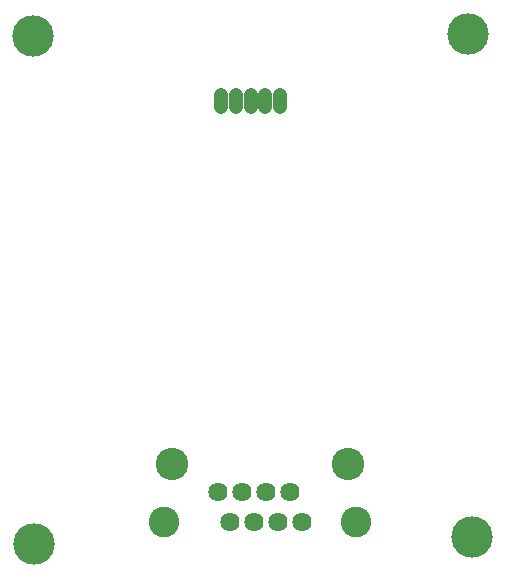
<source format=gbr>
G04 EAGLE Gerber X2 export*
%TF.Part,Single*%
%TF.FileFunction,Soldermask,Bot,1*%
%TF.FilePolarity,Negative*%
%TF.GenerationSoftware,Autodesk,EAGLE,8.7.0*%
%TF.CreationDate,2018-04-05T02:05:19Z*%
G75*
%MOMM*%
%FSLAX34Y34*%
%LPD*%
%AMOC8*
5,1,8,0,0,1.08239X$1,22.5*%
G01*
%ADD10C,1.211200*%
%ADD11C,1.625600*%
%ADD12C,2.603200*%
%ADD13C,2.753200*%
%ADD14C,3.503200*%


D10*
X408286Y429680D02*
X408286Y439760D01*
X395786Y439760D02*
X395786Y429680D01*
X383286Y429680D02*
X383286Y439760D01*
X370786Y439760D02*
X370786Y429680D01*
X358286Y429680D02*
X358286Y439760D01*
D11*
X355300Y104000D03*
X365500Y78600D03*
X375700Y104000D03*
X385900Y78600D03*
X396100Y104000D03*
X406300Y78600D03*
X416500Y104000D03*
X426700Y78600D03*
D12*
X309750Y78600D03*
X472250Y78600D03*
D13*
X316600Y127000D03*
X465400Y127000D03*
D14*
X567366Y491330D03*
X198736Y489712D03*
X570922Y65590D03*
X200000Y60000D03*
M02*

</source>
